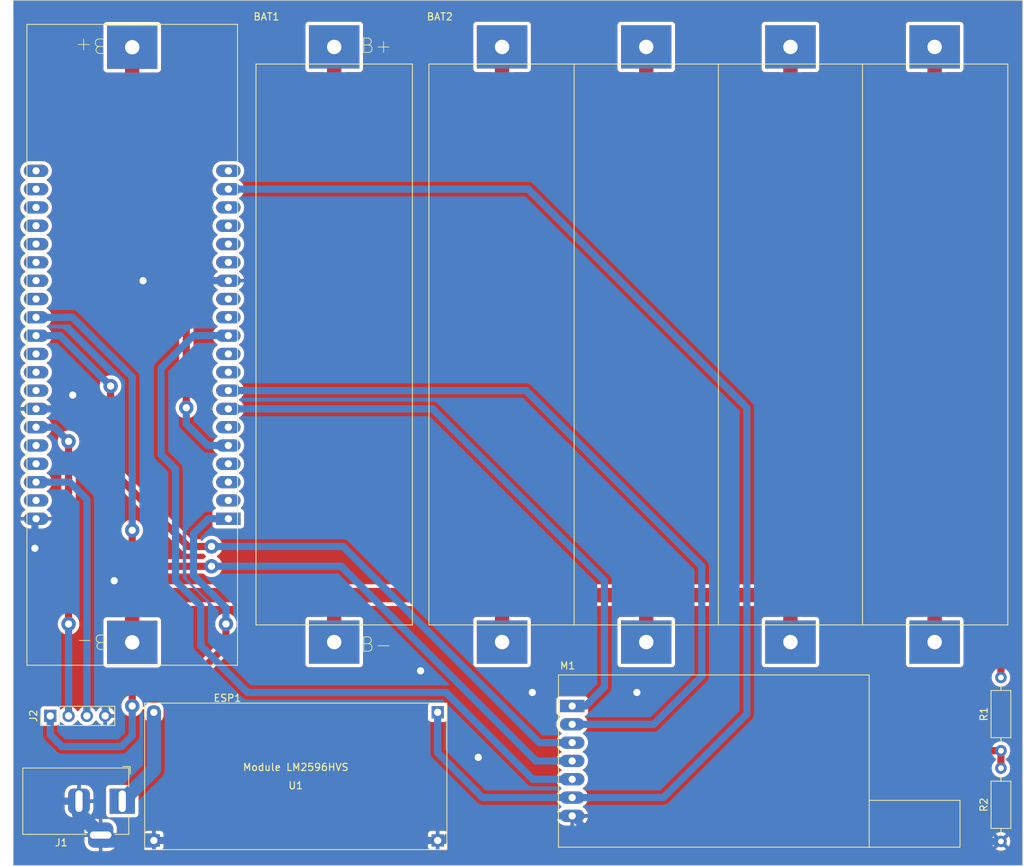
<source format=kicad_pcb>
(kicad_pcb (version 20241229) (generator "pcbnew") (generator_version "9.0")
  (layers (0 "F.Cu" signal) (2 "B.Cu" signal) (13 "F.Paste" user) (15 "B.Paste" user) (5 "F.SilkS" user "F.Silkscreen") (7 "B.SilkS" user "B.Silkscreen") (1 "F.Mask" user) (3 "B.Mask" user) (25 "Edge.Cuts" user))
  (net 0 "")
  (net 1 "B+")
  (net 2 "B-")
  (net 4 "GND")
  (net 7 "ESP32_UART_2_RX")
  (net 10 "E32_433T30D_M1")
  (net 12 "ESP32_UART_2_TX")
  (net 19 "+5V")
  (net 25 "E32_433T30D_M0")
  (net 26 "BATT_SENS")
  (net 29 "+3.3V")
  (net 31 "E32_433T30D_AUX")
  (net 32 "ESP32_I2C_SCL")
  (net 37 "ESP32_I2C_SDA")
  (net 39 "PWR")
  (footprint "custom_lib:LM2596HVS_Module_PDIP" (layer "F.Cu") (at 97.185 135.14)
    (property "Reference" "U1" (at 0 1.27 0) (layer "F.SilkS"))
    (property "Value" "LM2596HVS_Module")
    (fp_rect (start -20.955 -10.16) (end 20.955 10.16) (stroke (width 0.12)) (fill no) (layer "F.SilkS"))
    (fp_text user "Module LM2596HVS" (at 0 -1.27 0) (layer "F.SilkS"))
    (pad "1" thru_hole roundrect (at -19.685 -8.89) (size 1.7 1.7) (drill 1) (layers "*.Cu" "*.Mask") (net 39 "PWR"))
    (pad "2" thru_hole rect (at -19.685 8.89) (size 1.7 1.7) (drill 1) (layers "*.Cu" "*.Mask") (net 4 "GND"))
    (pad "3" thru_hole rect (at 19.685 8.89) (size 1.7 1.7) (drill 1) (layers "*.Cu" "*.Mask") (net 4 "GND"))
    (pad "4" thru_hole rect (at 19.685 -8.89) (size 1.7 1.7) (drill 1) (layers "*.Cu" "*.Mask") (net 19 "+5V"))
  )
  (footprint "Connector_BarrelJack:BarrelJack_Horizontal" (layer "F.Cu") (at 73.12 138.58)
    (property "Reference" "J1" (at -8.45 5.75 0) (layer "F.SilkS"))
    (property "Value" "Jack P4 - Fonte")
    (fp_line (start -13.8 -4.6) (end 0.9 -4.6) (stroke (width 0.12)) (layer "F.SilkS"))
    (fp_line (start -13.8 4.6) (end -13.8 -4.6) (stroke (width 0.12)) (layer "F.SilkS"))
    (fp_line (start -5 4.6) (end -13.8 4.6) (stroke (width 0.12)) (layer "F.SilkS"))
    (fp_line (start 0.05 -4.8) (end 1.1 -4.8) (stroke (width 0.12)) (layer "F.SilkS"))
    (fp_line (start 0.9 -4.6) (end 0.9 -2) (stroke (width 0.12)) (layer "F.SilkS"))
    (fp_line (start 0.9 1.9) (end 0.9 4.6) (stroke (width 0.12)) (layer "F.SilkS"))
    (fp_line (start 0.9 4.6) (end -1 4.6) (stroke (width 0.12)) (layer "F.SilkS"))
    (fp_line (start 1.1 -3.75) (end 1.1 -4.8) (stroke (width 0.12)) (layer "F.SilkS"))
    (pad "1" thru_hole rect (at 0 0) (size 3.5 3.5) (drill oval 1 3) (layers "*.Cu" "*.Mask") (net 39 "PWR"))
    (pad "2" thru_hole roundrect (at -6 0) (size 3 3.5) (drill oval 1 3) (layers "*.Cu" "*.Mask") (net 4 "GND"))
    (pad "3" thru_hole roundrect (at -3 4.7) (size 3.5 3.5) (drill oval 3 1) (layers "*.Cu" "*.Mask") (net 4 "GND"))
  )
  (footprint "Custom:E32-433T30D LoRa Module" (layer "F.Cu") (at 135.5285 125.38)
    (property "Reference" "M1" (at -0.635 -5.588 0) (layer "F.SilkS"))
    (property "Value" "E32-433T30D_LoRa_Module")
    (fp_line (start -1.905 -4.318) (end -1.905 19.582) (stroke (width 0.12)) (layer "F.SilkS"))
    (fp_line (start -1.905 -4.318) (end 41.195 -4.318) (stroke (width 0.12)) (layer "F.SilkS"))
    (fp_line (start -1.905 19.582) (end 41.195 19.582) (stroke (width 0.12)) (layer "F.SilkS"))
    (fp_line (start 41.195 -4.318) (end 41.195 19.582) (stroke (width 0.12)) (layer "F.SilkS"))
    (fp_line (start 41.195 13.082) (end 53.795 13.082) (stroke (width 0.12)) (layer "F.SilkS"))
    (fp_line (start 41.195 19.582) (end 53.795 19.582) (stroke (width 0.12)) (layer "F.SilkS"))
    (fp_line (start 53.795 13.082) (end 53.795 19.582) (stroke (width 0.12)) (layer "F.SilkS"))
    (pad "1" thru_hole rect (at 0 0) (size 3.4 1.7) (drill 1) (layers "*.Cu" "*.Mask") (net 25 "E32_433T30D_M0"))
    (pad "2" thru_hole oval (at 0 2.54) (size 3.4 1.7) (drill 1) (layers "*.Cu" "*.Mask") (net 10 "E32_433T30D_M1"))
    (pad "3" thru_hole oval (at 0 5.08) (size 3.4 1.7) (drill 1) (layers "*.Cu" "*.Mask") (net 12 "ESP32_UART_2_TX"))
    (pad "4" thru_hole oval (at 0 7.62) (size 3.4 1.7) (drill 1) (layers "*.Cu" "*.Mask") (net 7 "ESP32_UART_2_RX"))
    (pad "5" thru_hole oval (at 0 10.16) (size 3.4 1.7) (drill 1) (layers "*.Cu" "*.Mask") (net 31 "E32_433T30D_AUX"))
    (pad "6" thru_hole oval (at 0 12.7) (size 3.4 1.7) (drill 1) (layers "*.Cu" "*.Mask") (net 19 "+5V"))
    (pad "7" thru_hole oval (at 0 15.24) (size 3.4 1.7) (drill 1) (layers "*.Cu" "*.Mask") (net 4 "GND"))
  )
  (footprint "Connector_PinHeader_2.54mm:PinHeader_1x04_P2.54mm_Vertical" (layer "F.Cu") (at 63.13 126.75 90)
    (property "Reference" "J2" (at 0 -2.33 90) (layer "F.SilkS"))
    (property "Value" "I2C_Out")
    (fp_line (start -1.33 -1.33) (end 0 -1.33) (stroke (width 0.12)) (layer "F.SilkS"))
    (fp_line (start -1.33 0) (end -1.33 -1.33) (stroke (width 0.12)) (layer "F.SilkS"))
    (fp_line (start 1.33 1.27) (end 1.33 8.95) (stroke (width 0.12)) (layer "F.SilkS"))
    (fp_line (start -1.33 1.27) (end 1.33 1.27) (stroke (width 0.12)) (layer "F.SilkS"))
    (fp_line (start -1.33 1.27) (end -1.33 8.95) (stroke (width 0.12)) (layer "F.SilkS"))
    (fp_line (start -1.33 8.95) (end 1.33 8.95) (stroke (width 0.12)) (layer "F.SilkS"))
    (pad "1" thru_hole rect (at 0 0 90) (size 1.7 1.7) (drill 1) (layers "*.Cu" "*.Mask") (net 29 "+3.3V"))
    (pad "2" thru_hole oval (at 0 2.54 90) (size 1.7 1.7) (drill 1) (layers "*.Cu" "*.Mask") (net 37 "ESP32_I2C_SDA"))
    (pad "3" thru_hole oval (at 0 5.08 90) (size 1.7 1.7) (drill 1) (layers "*.Cu" "*.Mask") (net 32 "ESP32_I2C_SCL"))
    (pad "4" thru_hole oval (at 0 7.62 90) (size 1.7 1.7) (drill 1) (layers "*.Cu" "*.Mask") (net 4 "GND"))
  )
  (footprint "Resistor_THT:R_Axial_DIN0207_L6.3mm_D2.5mm_P10.16mm_Horizontal" (layer "F.Cu") (at 195 131.58 90)
    (property "Reference" "R1" (at 5.08 -2.37 90) (layer "F.SilkS"))
    (property "Value" "2.2 kR")
    (fp_line (start 8.35 -1.37) (end 1.81 -1.37) (stroke (width 0.12)) (layer "F.SilkS"))
    (fp_line (start 1.81 -1.37) (end 1.81 1.37) (stroke (width 0.12)) (layer "F.SilkS"))
    (fp_line (start 9.12 0) (end 8.35 0) (stroke (width 0.12)) (layer "F.SilkS"))
    (fp_line (start 1.04 0) (end 1.81 0) (stroke (width 0.12)) (layer "F.SilkS"))
    (fp_line (start 8.35 1.37) (end 8.35 -1.37) (stroke (width 0.12)) (layer "F.SilkS"))
    (fp_line (start 1.81 1.37) (end 8.35 1.37) (stroke (width 0.12)) (layer "F.SilkS"))
    (pad "1" thru_hole circle (at 0 0 90) (size 1.6 1.6) (drill 0.8) (layers "*.Cu" "*.Mask") (net 26 "BATT_SENS"))
    (pad "2" thru_hole oval (at 10.16 0 90) (size 1.6 1.6) (drill 0.8) (layers "*.Cu" "*.Mask") (net 1 "B+"))
  )
  (footprint "Custom:WeMos ESP32 Board with 18650 Battery Holder" (layer "F.Cu") (at 87.835 99.405 180)
    (property "Reference" "ESP1" (at 0.126 -24.874 0) (layer "F.SilkS"))
    (property "Value" "WeMos_ESP32_Board_with_18650_Battery_Holder")
    (fp_line (start 27.94 -20.32) (end 27.94 68.58) (stroke (width 0.12)) (layer "F.SilkS"))
    (fp_line (start -1.27 68.58) (end 27.94 68.58) (stroke (width 0.12)) (layer "F.SilkS"))
    (fp_line (start -1.27 -20.32) (end 27.94 -20.32) (stroke (width 0.12)) (layer "F.SilkS"))
    (fp_line (start -1.27 -20.32) (end -1.27 68.58) (stroke (width 0.12)) (layer "F.SilkS"))
    (fp_text user "B+" (at 16.764 66.802 180) (layer "F.SilkS") (effects (font (size 2 2) (thickness 0.1)) (justify left bottom)))
    (fp_text user "B-" (at 16.637 -15.875 180) (layer "F.SilkS") (effects (font (size 2 2) (thickness 0.1)) (justify left bottom)))
    (pad "1" thru_hole rect (at 0 0 180) (size 3.4 1.7) (drill 1) (layers "*.Cu" "*.Mask") (net 29 "+3.3V"))
    (pad "2" thru_hole oval (at 0 2.54 180) (size 3.4 1.7) (drill 1) (layers "*.Cu" "*.Mask"))
    (pad "3" thru_hole oval (at 0 5.08 180) (size 3.4 1.7) (drill 1) (layers "*.Cu" "*.Mask"))
    (pad "4" thru_hole oval (at 0 7.62 180) (size 3.4 1.7) (drill 1) (layers "*.Cu" "*.Mask"))
    (pad "5" thru_hole oval (at 0 10.16 180) (size 3.4 1.7) (drill 1) (layers "*.Cu" "*.Mask") (net 26 "BATT_SENS"))
    (pad "6" thru_hole oval (at 0 12.7 180) (size 3.4 1.7) (drill 1) (layers "*.Cu" "*.Mask"))
    (pad "7" thru_hole oval (at 0 15.24 180) (size 3.4 1.7) (drill 1) (layers "*.Cu" "*.Mask") (net 25 "E32_433T30D_M0"))
    (pad "8" thru_hole oval (at 0 17.78 180) (size 3.4 1.7) (drill 1) (layers "*.Cu" "*.Mask") (net 10 "E32_433T30D_M1"))
    (pad "9" thru_hole oval (at 0 20.32 180) (size 3.4 1.7) (drill 1) (layers "*.Cu" "*.Mask"))
    (pad "10" thru_hole oval (at 0 22.86 180) (size 3.4 1.7) (drill 1) (layers "*.Cu" "*.Mask"))
    (pad "11" thru_hole oval (at 0 25.4 180) (size 3.4 1.7) (drill 1) (layers "*.Cu" "*.Mask") (net 31 "E32_433T30D_AUX"))
    (pad "12" thru_hole oval (at 0 27.94 180) (size 3.4 1.7) (drill 1) (layers "*.Cu" "*.Mask"))
    (pad "13" thru_hole oval (at 0 30.48 180) (size 3.4 1.7) (drill 1) (layers "*.Cu" "*.Mask"))
    (pad "14" thru_hole oval (at 0 33.02 180) (size 3.4 1.7) (drill 1) (layers "*.Cu" "*.Mask") (net 4 "GND"))
    (pad "15" thru_hole oval (at 0 35.56 180) (size 3.4 1.7) (drill 1) (layers "*.Cu" "*.Mask"))
    (pad "16" thru_hole oval (at 0 38.1 180) (size 3.4 1.7) (drill 1) (layers "*.Cu" "*.Mask"))
    (pad "17" thru_hole oval (at 0 40.64 180) (size 3.4 1.7) (drill 1) (layers "*.Cu" "*.Mask"))
    (pad "18" thru_hole oval (at 0 43.18 180) (size 3.4 1.7) (drill 1) (layers "*.Cu" "*.Mask"))
    (pad "19" thru_hole oval (at 0 45.72 180) (size 3.4 1.7) (drill 1) (layers "*.Cu" "*.Mask") (net 19 "+5V"))
    (pad "20" thru_hole oval (at 0 48.26 180) (size 3.4 1.7) (drill 1) (layers "*.Cu" "*.Mask"))
    (pad "21" thru_hole oval (at 26.67 48.26 180) (size 3.4 1.7) (drill 1) (layers "*.Cu" "*.Mask"))
    (pad "22" thru_hole oval (at 26.67 45.72 180) (size 3.4 1.7) (drill 1) (layers "*.Cu" "*.Mask"))
    (pad "23" thru_hole oval (at 26.67 43.18 180) (size 3.4 1.7) (drill 1) (layers "*.Cu" "*.Mask"))
    (pad "24" thru_hole oval (at 26.67 40.64 180) (size 3.4 1.7) (drill 1) (layers "*.Cu" "*.Mask"))
    (pad "25" thru_hole oval (at 26.67 38.1 180) (size 3.4 1.7) (drill 1) (layers "*.Cu" "*.Mask"))
    (pad "26" thru_hole oval (at 26.67 35.56 180) (size 3.4 1.7) (drill 1) (layers "*.Cu" "*.Mask"))
    (pad "27" thru_hole oval (at 26.67 33.02 180) (size 3.4 1.7) (drill 1) (layers "*.Cu" "*.Mask"))
    (pad "28" thru_hole oval (at 26.67 30.48 180) (size 3.4 1.7) (drill 1) (layers "*.Cu" "*.Mask"))
    (pad "29" thru_hole oval (at 26.67 27.94 180) (size 3.4 1.7) (drill 1) (layers "*.Cu" "*.Mask") (net 7 "ESP32_UART_2_RX"))
    (pad "30" thru_hole oval (at 26.67 25.4 180) (size 3.4 1.7) (drill 1) (layers "*.Cu" "*.Mask") (net 12 "ESP32_UART_2_TX"))
    (pad "31" thru_hole oval (at 26.67 22.86 180) (size 3.4 1.7) (drill 1) (layers "*.Cu" "*.Mask"))
    (pad "32" thru_hole oval (at 26.67 20.32 180) (size 3.4 1.7) (drill 1) (layers "*.Cu" "*.Mask"))
    (pad "33" thru_hole oval (at 26.67 17.78 180) (size 3.4 1.7) (drill 1) (layers "*.Cu" "*.Mask"))
    (pad "34" thru_hole oval (at 26.67 15.24 180) (size 3.4 1.7) (drill 1) (layers "*.Cu" "*.Mask") (net 4 "GND"))
    (pad "35" thru_hole oval (at 26.67 12.7 180) (size 3.4 1.7) (drill 1) (layers "*.Cu" "*.Mask") (net 37 "ESP32_I2C_SDA"))
    (pad "36" thru_hole oval (at 26.67 10.16 180) (size 3.4 1.7) (drill 1) (layers "*.Cu" "*.Mask"))
    (pad "37" thru_hole oval (at 26.67 7.62 180) (size 3.4 1.7) (drill 1) (layers "*.Cu" "*.Mask"))
    (pad "38" thru_hole oval (at 26.67 5.08 180) (size 3.4 1.7) (drill 1) (layers "*.Cu" "*.Mask") (net 32 "ESP32_I2C_SCL"))
    (pad "39" thru_hole oval (at 26.67 2.54 180) (size 3.4 1.7) (drill 1) (layers "*.Cu" "*.Mask"))
    (pad "40" thru_hole oval (at 26.67 0 180) (size 3.4 1.7) (drill 1) (layers "*.Cu" "*.Mask") (net 4 "GND"))
    (pad "41" thru_hole rect (at 13.335 -17.145 180) (size 7 6) (drill 2) (layers "*.Cu" "*.Mask") (net 2 "B-"))
    (pad "42" thru_hole rect (at 13.335 65.405 180) (size 7 6) (drill 2) (layers "*.Cu" "*.Mask") (net 1 "B+"))
  )
  (footprint "Resistor_THT:R_Axial_DIN0207_L6.3mm_D2.5mm_P10.16mm_Horizontal" (layer "F.Cu") (at 195 144.16 90)
    (property "Reference" "R2" (at 5.08 -2.37 90) (layer "F.SilkS"))
    (property "Value" "1 kR")
    (fp_line (start 8.35 -1.37) (end 1.81 -1.37) (stroke (width 0.12)) (layer "F.SilkS"))
    (fp_line (start 1.81 -1.37) (end 1.81 1.37) (stroke (width 0.12)) (layer "F.SilkS"))
    (fp_line (start 9.12 0) (end 8.35 0) (stroke (width 0.12)) (layer "F.SilkS"))
    (fp_line (start 1.04 0) (end 1.81 0) (stroke (width 0.12)) (layer "F.SilkS"))
    (fp_line (start 8.35 1.37) (end 8.35 -1.37) (stroke (width 0.12)) (layer "F.SilkS"))
    (fp_line (start 1.81 1.37) (end 8.35 1.37) (stroke (width 0.12)) (layer "F.SilkS"))
    (pad "1" thru_hole circle (at 0 0 90) (size 1.6 1.6) (drill 0.8) (layers "*.Cu" "*.Mask") (net 4 "GND"))
    (pad "2" thru_hole oval (at 10.16 0 90) (size 1.6 1.6) (drill 0.8) (layers "*.Cu" "*.Mask") (net 26 "BATT_SENS"))
  )
  (footprint "Custom:18650 Battery Holder - 1S" (layer "F.Cu") (at 102.5144 33.9598)
    (property "Reference" "BAT1" (at -9.398 -4.191 0) (layer "F.SilkS"))
    (property "Value" "18650_Battery_Holder_-_1S")
    (fp_line (start -10.85 2.375) (end -10.85 80.175) (stroke (width 0.12)) (layer "F.SilkS"))
    (fp_line (start -10.85 2.375) (end 10.85 2.375) (stroke (width 0.12)) (layer "F.SilkS"))
    (fp_line (start -10.85 80.175) (end 10.85 80.175) (stroke (width 0.12)) (layer "F.SilkS"))
    (fp_line (start 10.85 2.375) (end 10.85 80.175) (stroke (width 0.12)) (layer "F.SilkS"))
    (fp_text user "B-" (at 3.556 84.074 0) (layer "F.SilkS") (effects (font (size 2 2) (thickness 0.1)) (justify left bottom)))
    (fp_text user "B+" (at 3.556 1.016 0) (layer "F.SilkS") (effects (font (size 2 2) (thickness 0.1)) (justify left bottom)))
    (pad "1" thru_hole rect (at 0 0) (size 7 6) (drill 2) (layers "*.Cu" "*.Mask") (net 1 "B+"))
    (pad "2" thru_hole rect (at 0 82.55) (size 7 6) (drill 2) (layers "*.Cu" "*.Mask") (net 2 "B-"))
  )
  (footprint "Custom:18650 Battery Holder - 4S" (layer "F.Cu") (at 125.80265 33.9598)
    (property "Reference" "BAT2" (at -8.636 -4.191 0) (layer "F.SilkS"))
    (property "Value" "18650_Battery_Holder_-_4S")
    (fp_line (start -10.15 2.375) (end -10.15 80.175) (stroke (width 0.12)) (layer "F.SilkS"))
    (fp_line (start -10.15 2.375) (end 70.15 2.375) (stroke (width 0.12)) (layer "F.SilkS"))
    (fp_line (start -10.15 80.175) (end 70.15 80.175) (stroke (width 0.12)) (layer "F.SilkS"))
    (fp_line (start 10 2.413) (end 10 80.137) (stroke (width 0.12)) (layer "F.SilkS"))
    (fp_line (start 30 2.375) (end 30 80.137) (stroke (width 0.12)) (layer "F.SilkS"))
    (fp_line (start 50 2.413) (end 50 80.137) (stroke (width 0.12)) (layer "F.SilkS"))
    (fp_line (start 70.15 2.375) (end 70.15 80.175) (stroke (width 0.12)) (layer "F.SilkS"))
    (pad "1" thru_hole rect (at 0 0) (size 7 6) (drill 2) (layers "*.Cu" "*.Mask") (net 1 "B+"))
    (pad "2" thru_hole rect (at 0 82.55) (size 7 6) (drill 2) (layers "*.Cu" "*.Mask") (net 2 "B-"))
    (pad "3" thru_hole rect (at 20 0) (size 7 6) (drill 2) (layers "*.Cu" "*.Mask") (net 1 "B+"))
    (pad "4" thru_hole rect (at 20 82.55) (size 7 6) (drill 2) (layers "*.Cu" "*.Mask") (net 2 "B-"))
    (pad "5" thru_hole rect (at 40 0) (size 7 6) (drill 2) (layers "*.Cu" "*.Mask") (net 1 "B+"))
    (pad "6" thru_hole rect (at 40 82.55) (size 7 6) (drill 2) (layers "*.Cu" "*.Mask") (net 2 "B-"))
    (pad "7" thru_hole rect (at 60 0) (size 7 6) (drill 2) (layers "*.Cu" "*.Mask") (net 1 "B+"))
    (pad "8" thru_hole rect (at 60 82.55) (size 7 6) (drill 2) (layers "*.Cu" "*.Mask") (net 2 "B-"))
  )
  (gr_rect (start 58 27.5) (end 198 147.5) (stroke (width 0.1)) (fill no) (layer "Edge.Cuts"))
  (segment (start 165.80265 40.19735) (end 165.75 40.25) (width 2) (layer "F.Cu") (net 1))
  (segment (start 195 121.42) (end 195 44.75) (width 1) (layer "F.Cu") (net 1))
  (segment (start 125.5 40.25) (end 145.5 40.25) (width 2) (layer "F.Cu") (net 1))
  (segment (start 74.5 38.75) (end 76 40.25) (width 2) (layer "F.Cu") (net 1))
  (segment (start 102.75 40.25) (end 125.5 40.25) (width 2) (layer "F.Cu") (net 1))
  (segment (start 195 44.75) (end 190.5 40.25) (width 1) (layer "F.Cu") (net 1))
  (segment (start 102.5144 40.0144) (end 102.75 40.25) (width 2) (layer "F.Cu") (net 1))
  (segment (start 125.80265 39.94735) (end 125.5 40.25) (width 2) (layer "F.Cu") (net 1))
  (segment (start 145.80265 39.94735) (end 145.5 40.25) (width 2) (layer "F.Cu") (net 1))
  (segment (start 74.5 34) (end 74.5 38.75) (width 2) (layer "F.Cu") (net 1))
  (segment (start 165.75 40.25) (end 183.5 40.25) (width 2) (layer "F.Cu") (net 1))
  (segment (start 185.80265 37.94735) (end 185.80265 33.9598) (width 2) (layer "F.Cu") (net 1))
  (segment (start 76 40.25) (end 102.75 40.25) (width 2) (layer "F.Cu") (net 1))
  (segment (start 183.5 40.25) (end 185.80265 37.94735) (width 2) (layer "F.Cu") (net 1))
  (segment (start 145.80265 33.9598) (end 145.80265 39.94735) (width 2) (layer "F.Cu") (net 1))
  (segment (start 102.5144 33.9598) (end 102.5144 40.0144) (width 2) (layer "F.Cu") (net 1))
  (segment (start 145.5 40.25) (end 165.75 40.25) (width 2) (layer "F.Cu") (net 1))
  (segment (start 165.80265 33.9598) (end 165.80265 40.19735) (width 2) (layer "F.Cu") (net 1))
  (segment (start 125.80265 33.9598) (end 125.80265 39.94735) (width 2) (layer "F.Cu") (net 1))
  (segment (start 190.5 40.25) (end 183.5 40.25) (width 1) (layer "F.Cu") (net 1))
  (segment (start 107.5 110) (end 145.75 110) (width 2) (layer "F.Cu") (net 2))
  (segment (start 74.5 111.5) (end 76 110) (width 2) (layer "F.Cu") (net 2))
  (segment (start 145.75 110) (end 145.80265 110.05265) (width 2) (layer "F.Cu") (net 2))
  (segment (start 76 110) (end 107.5 110) (width 2) (layer "F.Cu") (net 2))
  (segment (start 167.75 110) (end 145.75 110) (width 2) (layer "F.Cu") (net 2))
  (segment (start 165.80265 110.05265) (end 165.80265 116.5098) (width 2) (layer "F.Cu") (net 2))
  (segment (start 185.80265 116.5098) (end 185.80265 111.55265) (width 2) (layer "F.Cu") (net 2))
  (segment (start 125.80265 116.5098) (end 125.80265 110.05265) (width 2) (layer "F.Cu") (net 2))
  (segment (start 145.80265 110.05265) (end 145.80265 116.5098) (width 2) (layer "F.Cu") (net 2))
  (segment (start 184.25 110) (end 167.75 110) (width 2) (layer "F.Cu") (net 2))
  (segment (start 165.75 110) (end 165.80265 110.05265) (width 2) (layer "F.Cu") (net 2))
  (segment (start 102.5144 116.5098) (end 102.5144 110.0144) (width 2) (layer "F.Cu") (net 2))
  (segment (start 125.80265 110.05265) (end 125.75 110) (width 2) (layer "F.Cu") (net 2))
  (segment (start 185.80265 111.55265) (end 184.25 110) (width 2) (layer "F.Cu") (net 2))
  (segment (start 102.5144 110.0144) (end 102.5 110) (width 2) (layer "F.Cu") (net 2))
  (segment (start 74.5 116.55) (end 74.5 111.5) (width 2) (layer "F.Cu") (net 2))
  (segment (start 104.25 110) (end 107.5 110) (width 2) (layer "F.Cu") (net 2))
  (segment (start 62.5 116) (end 61 114.5) (width 1) (layer "F.Cu") (net 4))
  (segment (start 69 111) (end 69 115) (width 1) (layer "F.Cu") (net 4))
  (segment (start 72 68) (end 72 76.5) (width 1) (layer "F.Cu") (net 4))
  (segment (start 68 116) (end 62.5 116) (width 1) (layer "F.Cu") (net 4))
  (segment (start 73.615 66.385) (end 72 68) (width 1) (layer "F.Cu") (net 4))
  (segment (start 69 115) (end 68 116) (width 1) (layer "F.Cu") (net 4))
  (segment (start 72 108) (end 69 111) (width 1) (layer "F.Cu") (net 4))
  (segment (start 72 76.5) (end 66.25 82.25) (width 1) (layer "F.Cu") (net 4))
  (segment (start 76 66.385) (end 73.615 66.385) (width 1) (layer "F.Cu") (net 4))
  (segment (start 61 114.5) (end 61 103.5) (width 1) (layer "F.Cu") (net 4))
  (via (at 76 66.385) (size 2) (drill 1) (layers "F.Cu" "B.Cu") (net 4))
  (via (at 66.25 82.25) (size 2) (drill 1) (layers "F.Cu" "B.Cu") (net 4))
  (via (at 114.5 120.5) (size 2) (drill 1) (layers "F.Cu" "B.Cu") (net 4))
  (via (at 61 103.5) (size 2) (drill 1) (layers "F.Cu" "B.Cu") (net 4))
  (via (at 122.5 132.5) (size 2) (drill 1) (layers "F.Cu" "B.Cu") (net 4))
  (via (at 130 123.5) (size 2) (drill 1) (layers "F.Cu" "B.Cu") (net 4))
  (via (at 72 108) (size 2) (drill 1) (layers "F.Cu" "B.Cu") (net 4))
  (via (at 144.5 123.5) (size 2) (drill 1) (layers "F.Cu" "B.Cu") (net 4))
  (segment (start 75 108) (end 72 108) (width 1) (layer "B.Cu") (net 4))
  (segment (start 63.08 138.58) (end 67.12 138.58) (width 1) (layer "B.Cu") (net 4))
  (segment (start 61 103.5) (end 61 119) (width 1) (layer "B.Cu") (net 4))
  (segment (start 72 90) (end 66.165 84.165) (width 1) (layer "B.Cu") (net 4))
  (segment (start 121.19 140.62) (end 135.5285 140.62) (width 1) (layer "B.Cu") (net 4))
  (segment (start 59.5 120.5) (end 59.5 135) (width 1) (layer "B.Cu") (net 4))
  (segment (start 70.87 144.03) (end 70.12 143.28) (width 2) (layer "B.Cu") (net 4))
  (segment (start 61.165 84.165) (end 64.335 84.165) (width 1) (layer "B.Cu") (net 4))
  (segment (start 72 108) (end 72 90) (width 1) (layer "B.Cu") (net 4))
  (segment (start 67.12 140.28) (end 70.12 143.28) (width 2) (layer "B.Cu") (net 4))
  (segment (start 61 103.5) (end 61 99.57) (width 1) (layer "B.Cu") (net 4))
  (segment (start 116.87 144.03) (end 77.5 144.03) (width 1) (layer "B.Cu") (net 4))
  (segment (start 77.5 144.03) (end 70.87 144.03) (width 2) (layer "B.Cu") (net 4))
  (segment (start 116.87 144.03) (end 117.78 144.03) (width 1) (layer "B.Cu") (net 4))
  (segment (start 76 66.385) (end 87.835 66.385) (width 1) (layer "B.Cu") (net 4))
  (segment (start 66.165 84.165) (end 64.335 84.165) (width 1) (layer "B.Cu") (net 4))
  (segment (start 81.5 119.5) (end 81.5 114.5) (width 1) (layer "B.Cu") (net 4))
  (segment (start 70.75 124.25) (end 73 122) (width 1) (layer "B.Cu") (net 4))
  (segment (start 79 122) (end 81.5 119.5) (width 1) (layer "B.Cu") (net 4))
  (segment (start 139.0685 144.16) (end 135.5285 140.62) (width 1) (layer "B.Cu") (net 4))
  (segment (start 70.8 126.7) (end 70.75 126.75) (width 1) (layer "B.Cu") (net 4))
  (segment (start 117.78 144.03) (end 121.19 140.62) (width 1) (layer "B.Cu") (net 4))
  (segment (start 67.12 138.58) (end 67.12 140.28) (width 2) (layer "B.Cu") (net 4))
  (segment (start 61 99.57) (end 61.165 99.405) (width 1) (layer "B.Cu") (net 4))
  (segment (start 61 119) (end 59.5 120.5) (width 1) (layer "B.Cu") (net 4))
  (segment (start 81.5 114.5) (end 75 108) (width 1) (layer "B.Cu") (net 4))
  (segment (start 195 144.16) (end 139.0685 144.16) (width 1) (layer "B.Cu") (net 4))
  (segment (start 59.5 135) (end 63.08 138.58) (width 1) (layer "B.Cu") (net 4))
  (segment (start 73 122) (end 79 122) (width 1) (layer "B.Cu") (net 4))
  (segment (start 64.335 84.165) (end 66.25 82.25) (width 1) (layer "B.Cu") (net 4))
  (segment (start 70.75 126.75) (end 70.75 124.25) (width 1) (layer "B.Cu") (net 4))
  (segment (start 74.5 103) (end 77.5 106) (width 1) (layer "F.Cu") (net 7))
  (segment (start 74.5 101) (end 74.5 103) (width 1) (layer "F.Cu") (net 7))
  (segment (start 77.5 106) (end 85.5 106) (width 1) (layer "F.Cu") (net 7))
  (via (at 85.5 106) (size 2) (drill 1) (layers "F.Cu" "B.Cu") (net 7))
  (via (at 74.5 101) (size 2) (drill 1) (layers "F.Cu" "B.Cu") (net 7))
  (segment (start 103.5 106) (end 85.5 106) (width 1) (layer "B.Cu") (net 7))
  (segment (start 130.5 133) (end 103.5 106) (width 1) (layer "B.Cu") (net 7))
  (segment (start 74.5 79.75) (end 66.215 71.465) (width 1) (layer "B.Cu") (net 7))
  (segment (start 66.215 71.465) (end 61.165 71.465) (width 1) (layer "B.Cu") (net 7))
  (segment (start 74.5 101) (end 74.5 79.75) (width 1) (layer "B.Cu") (net 7))
  (segment (start 135.5285 133) (end 130.5 133) (width 1) (layer "B.Cu") (net 7))
  (segment (start 146.83 127.92) (end 153.5 121.25) (width 1) (layer "B.Cu") (net 10))
  (segment (start 153.5 106) (end 129.125 81.625) (width 1) (layer "B.Cu") (net 10))
  (segment (start 135.5285 127.92) (end 146.83 127.92) (width 1) (layer "B.Cu") (net 10))
  (segment (start 129.125 81.625) (end 87.835 81.625) (width 1) (layer "B.Cu") (net 10))
  (segment (start 153.5 121.25) (end 153.5 106) (width 1) (layer "B.Cu") (net 10))
  (segment (start 82.25 103.25) (end 85.5 103.25) (width 1) (layer "F.Cu") (net 12))
  (segment (start 71.5 92.5) (end 82.25 103.25) (width 1) (layer "F.Cu") (net 12))
  (segment (start 71.5 81) (end 71.5 92.5) (width 1) (layer "F.Cu") (net 12))
  (via (at 71.5 81) (size 2) (drill 1) (layers "F.Cu" "B.Cu") (net 12))
  (via (at 85.5 103.25) (size 2) (drill 1) (layers "F.Cu" "B.Cu") (net 12))
  (segment (start 85.5 103.25) (end 103.75 103.25) (width 1) (layer "B.Cu") (net 12))
  (segment (start 130.96 130.46) (end 135.5285 130.46) (width 1) (layer "B.Cu") (net 12))
  (segment (start 71.5 81) (end 64.505 74.005) (width 1) (layer "B.Cu") (net 12))
  (segment (start 103.75 103.25) (end 130.96 130.46) (width 1) (layer "B.Cu") (net 12))
  (segment (start 64.505 74.005) (end 61.165 74.005) (width 1) (layer "B.Cu") (net 12))
  (segment (start 123.08 138.08) (end 116.87 131.87) (width 1) (layer "B.Cu") (net 19))
  (segment (start 116.87 131.87) (end 116.87 126.25) (width 1) (layer "B.Cu") (net 19))
  (segment (start 135.5285 138.08) (end 123.08 138.08) (width 1) (layer "B.Cu") (net 19))
  (segment (start 159.75 126.5) (end 148.17 138.08) (width 1) (layer "B.Cu") (net 19))
  (segment (start 87.835 53.685) (end 129.435 53.685) (width 1) (layer "B.Cu") (net 19))
  (segment (start 159.75 84) (end 159.75 126.5) (width 1) (layer "B.Cu") (net 19))
  (segment (start 148.17 138.08) (end 135.5285 138.08) (width 1) (layer "B.Cu") (net 19))
  (segment (start 129.435 53.685) (end 159.75 84) (width 1) (layer "B.Cu") (net 19))
  (segment (start 140 122.75) (end 140 108) (width 1) (layer "B.Cu") (net 25))
  (segment (start 135.5285 125.38) (end 137.37 125.38) (width 1) (layer "B.Cu") (net 25))
  (segment (start 137.37 125.38) (end 140 122.75) (width 1) (layer "B.Cu") (net 25))
  (segment (start 140 108) (end 116.165 84.165) (width 1) (layer "B.Cu") (net 25))
  (segment (start 116.165 84.165) (end 87.835 84.165) (width 1) (layer "B.Cu") (net 25))
  (segment (start 195 131.58) (end 195 134) (width 1) (layer "F.Cu") (net 26))
  (segment (start 192 130.5) (end 193.08 131.58) (width 1) (layer "F.Cu") (net 26))
  (segment (start 82 49.5) (end 85.5 46) (width 1) (layer "F.Cu") (net 26))
  (segment (start 85.5 46) (end 128.5 46) (width 1) (layer "F.Cu") (net 26))
  (segment (start 192 109.5) (end 192 130.5) (width 1) (layer "F.Cu") (net 26))
  (segment (start 193.08 131.58) (end 195 131.58) (width 1) (layer "F.Cu") (net 26))
  (segment (start 82 84) (end 82 49.5) (width 1) (layer "F.Cu") (net 26))
  (segment (start 128.5 46) (end 192 109.5) (width 1) (layer "F.Cu") (net 26))
  (via (at 82 84) (size 2) (drill 1) (layers "F.Cu" "B.Cu") (net 26))
  (segment (start 82 86.25) (end 84.995 89.245) (width 1) (layer "B.Cu") (net 26))
  (segment (start 84.995 89.245) (end 87.835 89.245) (width 1) (layer "B.Cu") (net 26))
  (segment (start 82 84) (end 82 86.25) (width 1) (layer "B.Cu") (net 26))
  (segment (start 74.5 123.5) (end 74.5 125.375) (width 1) (layer "F.Cu") (net 29))
  (segment (start 87.5 114) (end 87.5 117) (width 1) (layer "F.Cu") (net 29))
  (segment (start 87.5 117) (end 82.5 122) (width 1) (layer "F.Cu") (net 29))
  (segment (start 82.5 122) (end 76 122) (width 1) (layer "F.Cu") (net 29))
  (segment (start 76 122) (end 74.5 123.5) (width 1) (layer "F.Cu") (net 29))
  (via (at 87.5 114) (size 2) (drill 1) (layers "F.Cu" "B.Cu") (net 29))
  (via (at 74.5 125.375) (size 2) (drill 1) (layers "F.Cu" "B.Cu") (net 29))
  (segment (start 85.095 99.405) (end 87.835 99.405) (width 1) (layer "B.Cu") (net 29))
  (segment (start 87.5 114) (end 87.5 111.75) (width 1) (layer "B.Cu") (net 29))
  (segment (start 64.75 131) (end 63.13 129.38) (width 1) (layer "B.Cu") (net 29))
  (segment (start 74.5 125.375) (end 74.5 129.5) (width 1) (layer "B.Cu") (net 29))
  (segment (start 74.5 129.5) (end 73 131) (width 1) (layer "B.Cu") (net 29))
  (segment (start 83 107.25) (end 83 101.5) (width 1) (layer "B.Cu") (net 29))
  (segment (start 63.13 129.38) (end 63.13 126.75) (width 1) (layer "B.Cu") (net 29))
  (segment (start 83 101.5) (end 85.095 99.405) (width 1) (layer "B.Cu") (net 29))
  (segment (start 87.5 111.75) (end 83 107.25) (width 1) (layer "B.Cu") (net 29))
  (segment (start 73 131) (end 64.75 131) (width 1) (layer "B.Cu") (net 29))
  (segment (start 80.5 108) (end 80.5 92.5) (width 1) (layer "B.Cu") (net 31))
  (segment (start 80.5 92.5) (end 78.5 90.5) (width 1) (layer "B.Cu") (net 31))
  (segment (start 118 123.5) (end 90.5 123.5) (width 1) (layer "B.Cu") (net 31))
  (segment (start 130.04 135.54) (end 118 123.5) (width 1) (layer "B.Cu") (net 31))
  (segment (start 82.995 74.005) (end 87.835 74.005) (width 1) (layer "B.Cu") (net 31))
  (segment (start 78.5 90.5) (end 78.5 78.5) (width 1) (layer "B.Cu") (net 31))
  (segment (start 84 111.5) (end 80.5 108) (width 1) (layer "B.Cu") (net 31))
  (segment (start 90.5 123.5) (end 84 117) (width 1) (layer "B.Cu") (net 31))
  (segment (start 78.5 78.5) (end 82.995 74.005) (width 1) (layer "B.Cu") (net 31))
  (segment (start 84 117) (end 84 111.5) (width 1) (layer "B.Cu") (net 31))
  (segment (start 135.5285 135.54) (end 130.04 135.54) (width 1) (layer "B.Cu") (net 31))
  (segment (start 68.21 126.75) (end 68.21 96.71) (width 1) (layer "B.Cu") (net 32))
  (segment (start 68.21 96.71) (end 65.825 94.325) (width 1) (layer "B.Cu") (net 32))
  (segment (start 65.825 94.325) (end 61.165 94.325) (width 1) (layer "B.Cu") (net 32))
  (segment (start 65.67 88.67) (end 65.67 114) (width 1) (layer "F.Cu") (net 37))
  (via (at 65.67 114) (size 2) (drill 1) (layers "F.Cu" "B.Cu") (net 37))
  (via (at 65.67 88.67) (size 2) (drill 1) (layers "F.Cu" "B.Cu") (net 37))
  (segment (start 65.67 88.67) (end 63.705 86.705) (width 1) (layer "B.Cu") (net 37))
  (segment (start 65.67 114) (end 65.67 126.75) (width 1) (layer "B.Cu") (net 37))
  (segment (start 63.705 86.705) (end 61.165 86.705) (width 1) (layer "B.Cu") (net 37))
  (segment (start 77.5 134.2) (end 73.12 138.58) (width 2) (layer "B.Cu") (net 39))
  (segment (start 77.5 126.25) (end 77.5 134.2) (width 2) (layer "B.Cu") (net 39))
  (zone (net 4) (net_name "GND") (layers "F.Cu" "B.Cu") (connect_pads (clearance 0.5)) (min_thickness 0.25) (fill yes (thermal_gap 0.5) (thermal_bridge_width 0.5))
    (polygon (pts (xy 58 27.5) (xy 198 27.5) (xy 198 147.5) (xy 58 147.5)))
  )
)
</source>
